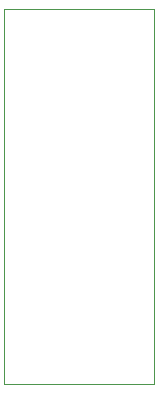
<source format=gbr>
G04 #@! TF.GenerationSoftware,KiCad,Pcbnew,(5.1.5-0-10_14)*
G04 #@! TF.CreationDate,2020-05-05T19:22:01-07:00*
G04 #@! TF.ProjectId,N64 CIC Breakout,4e363420-4349-4432-9042-7265616b6f75,rev?*
G04 #@! TF.SameCoordinates,Original*
G04 #@! TF.FileFunction,Profile,NP*
%FSLAX46Y46*%
G04 Gerber Fmt 4.6, Leading zero omitted, Abs format (unit mm)*
G04 Created by KiCad (PCBNEW (5.1.5-0-10_14)) date 2020-05-05 19:22:01*
%MOMM*%
%LPD*%
G04 APERTURE LIST*
%ADD10C,0.050000*%
G04 APERTURE END LIST*
D10*
X154940000Y-95250000D02*
X154940000Y-127000000D01*
X142240000Y-95250000D02*
X154940000Y-95250000D01*
X142240000Y-127000000D02*
X142240000Y-95250000D01*
X154940000Y-127000000D02*
X142240000Y-127000000D01*
M02*

</source>
